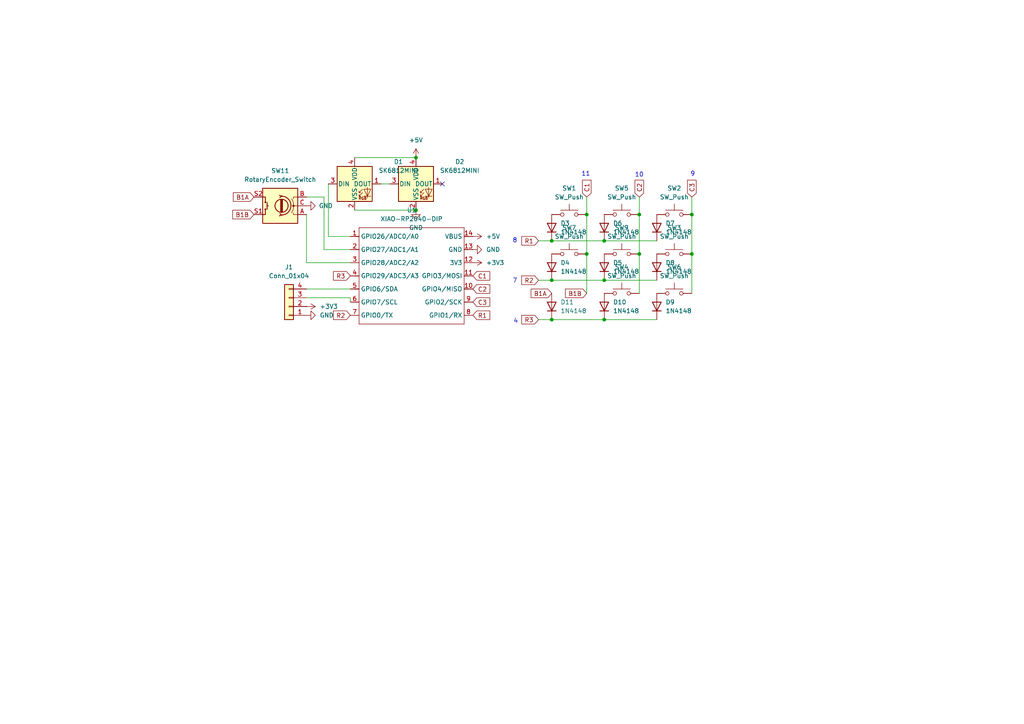
<source format=kicad_sch>
(kicad_sch (version 20250114) (generator "eeschema") (generator_version "9.0")
  (paper "A4")
  (lib_symbols
    (symbol "Connector_Generic:Conn_01x04" (pin_names (offset 1.016) (hide yes))
      (property "Reference" "J" (at 0 5.08 0))
      (property "Value" "Conn_01x04" (at 0 -7.62 0))
      (symbol "Conn_01x04_1_1"
        (rectangle (start -1.27 3.81) (end 1.27 -6.35) (stroke (width 0.254)) (fill (type background)))
        (rectangle (start -1.27 2.667) (end 0 2.413) (stroke (width 0.1524)))
        (rectangle (start -1.27 0.127) (end 0 -0.127) (stroke (width 0.1524)))
        (rectangle (start -1.27 -2.413) (end 0 -2.667) (stroke (width 0.1524)))
        (rectangle (start -1.27 -4.953) (end 0 -5.207) (stroke (width 0.1524)))
        (pin passive line (at -5.08 2.54 0) (length 3.81) (name "Pin_1") (number "1"))
        (pin passive line (at -5.08 0 0) (length 3.81) (name "Pin_2") (number "2"))
        (pin passive line (at -5.08 -2.54 0) (length 3.81) (name "Pin_3") (number "3"))
        (pin passive line (at -5.08 -5.08 0) (length 3.81) (name "Pin_4") (number "4"))
      )
    )
    (symbol "Device:RotaryEncoder_Switch" (pin_names (offset 0.254) (hide yes))
      (property "Reference" "SW" (at 0 6.604 0))
      (property "Value" "RotaryEncoder_Switch" (at 0 -6.604 0))
      (symbol "RotaryEncoder_Switch_0_1"
        (rectangle (start -5.08 5.08) (end 5.08 -5.08) (stroke (width 0.254)) (fill (type background)))
        (polyline (pts (xy -5.08 2.54) (xy -3.81 2.54) (xy -3.81 2.032)))
        (polyline (pts (xy -5.08 0) (xy -3.81 0) (xy -3.81 -1.016) (xy -3.302 -2.032)))
        (polyline (pts (xy -5.08 -2.54) (xy -3.81 -2.54) (xy -3.81 -2.032)))
        (polyline (pts (xy -4.318 0) (xy -3.81 0) (xy -3.81 1.016) (xy -3.302 2.032)))
        (circle (center -3.81 0) (radius 0.254) (fill (type outline)))
        (polyline (pts (xy -0.635 -1.778) (xy -0.635 1.778)) (stroke (width 0.254)))
        (circle (center -0.381 0) (radius 1.905) (stroke (width 0.254)))
        (polyline (pts (xy -0.381 -1.778) (xy -0.381 1.778)) (stroke (width 0.254)))
        (arc (start -0.381 -2.794) (mid -3.0988 -0.0635) (end -0.381 2.667) (stroke (width 0.254)))
        (polyline (pts (xy -0.127 1.778) (xy -0.127 -1.778)) (stroke (width 0.254)))
        (polyline (pts (xy 0.254 2.921) (xy -0.508 2.667) (xy 0.127 2.286)) (stroke (width 0.254)))
        (polyline (pts (xy 0.254 -3.048) (xy -0.508 -2.794) (xy 0.127 -2.413)) (stroke (width 0.254)))
        (polyline (pts (xy 3.81 1.016) (xy 3.81 -1.016)) (stroke (width 0.254)))
        (polyline (pts (xy 3.81 0) (xy 3.429 0)) (stroke (width 0.254)))
        (circle (center 4.318 1.016) (radius 0.127) (stroke (width 0.254)))
        (circle (center 4.318 -1.016) (radius 0.127) (stroke (width 0.254)))
        (polyline (pts (xy 5.08 2.54) (xy 4.318 2.54) (xy 4.318 1.016)) (stroke (width 0.254)))
        (polyline (pts (xy 5.08 -2.54) (xy 4.318 -2.54) (xy 4.318 -1.016)) (stroke (width 0.254)))
      )
      (symbol "RotaryEncoder_Switch_1_1"
        (pin passive line (at -7.62 2.54 0) (length 2.54) (name "A") (number "A"))
        (pin passive line (at -7.62 0 0) (length 2.54) (name "C") (number "C"))
        (pin passive line (at -7.62 -2.54 0) (length 2.54) (name "B") (number "B"))
        (pin passive line (at 7.62 2.54 180) (length 2.54) (name "S1") (number "S1"))
        (pin passive line (at 7.62 -2.54 180) (length 2.54) (name "S2") (number "S2"))
      )
    )
    (symbol "Diode:1N4148" (pin_numbers (hide yes)) (pin_names (hide yes))
      (property "Reference" "D" (at 0 2.54 0))
      (property "Value" "1N4148" (at 0 -2.54 0))
      (symbol "1N4148_0_1"
        (polyline (pts (xy -1.27 1.27) (xy -1.27 -1.27)) (stroke (width 0.254)))
        (polyline (pts (xy 1.27 1.27) (xy 1.27 -1.27) (xy -1.27 0) (xy 1.27 1.27)) (stroke (width 0.254)))
        (polyline (pts (xy 1.27 0) (xy -1.27 0)))
      )
      (symbol "1N4148_1_1"
        (pin passive line (at -3.81 0 0) (length 2.54) (name "K") (number "1"))
        (pin passive line (at 3.81 0 180) (length 2.54) (name "A") (number "2"))
      )
    )
    (symbol "LED:SK6812MINI" (pin_names (offset 0.254))
      (property "Reference" "D" (at 5.08 5.715 0))
      (property "Value" "SK6812MINI" (at 1.27 -5.715 0))
      (symbol "SK6812MINI_0_0"
        (text "RGB" (at 2.286 -4.191 0) (effects (font (size 0.762 0.762))))
      )
      (symbol "SK6812MINI_0_1"
        (polyline (pts (xy 1.27 -2.54) (xy 1.778 -2.54)))
        (polyline (pts (xy 1.27 -3.556) (xy 1.778 -3.556)))
        (polyline (pts (xy 2.286 -1.524) (xy 1.27 -2.54) (xy 1.27 -2.032)))
        (polyline (pts (xy 2.286 -2.54) (xy 1.27 -3.556) (xy 1.27 -3.048)))
        (polyline (pts (xy 3.683 -1.016) (xy 3.683 -3.556) (xy 3.683 -4.064)))
        (polyline (pts (xy 4.699 -1.524) (xy 2.667 -1.524) (xy 3.683 -3.556) (xy 4.699 -1.524)))
        (polyline (pts (xy 4.699 -3.556) (xy 2.667 -3.556)))
        (rectangle (start 5.08 5.08) (end -5.08 -5.08) (stroke (width 0.254)) (fill (type background)))
      )
      (symbol "SK6812MINI_1_1"
        (pin input line (at -7.62 0 0) (length 2.54) (name "DIN") (number "3"))
        (pin power_in line (at 0 7.62 270) (length 2.54) (name "VDD") (number "4"))
        (pin power_in line (at 0 -7.62 90) (length 2.54) (name "VSS") (number "2"))
        (pin output line (at 7.62 0 180) (length 2.54) (name "DOUT") (number "1"))
      )
    )
    (symbol "Seeed_Studio_XIAO_Series:XIAO-RP2040-DIP"
      (property "Reference" "U" (at 0 0 0))
      (property "Value" "XIAO-RP2040-DIP" (at 5.334 -1.778 0))
      (symbol "XIAO-RP2040-DIP_1_0"
        (polyline (pts (xy -1.27 -2.54) (xy 29.21 -2.54)) (stroke (width 0.1524)))
        (polyline (pts (xy -1.27 -5.08) (xy -2.54 -5.08)) (stroke (width 0.1524)))
        (polyline (pts (xy -1.27 -5.08) (xy -1.27 -2.54)) (stroke (width 0.1524)))
        (polyline (pts (xy -1.27 -8.89) (xy -2.54 -8.89)) (stroke (width 0.1524)))
        (polyline (pts (xy -1.27 -8.89) (xy -1.27 -5.08)) (stroke (width 0.1524)))
        (polyline (pts (xy -1.27 -12.7) (xy -2.54 -12.7)) (stroke (width 0.1524)))
        (polyline (pts (xy -1.27 -12.7) (xy -1.27 -8.89)) (stroke (width 0.1524)))
        (polyline (pts (xy -1.27 -16.51) (xy -2.54 -16.51)) (stroke (width 0.1524)))
        (polyline (pts (xy -1.27 -16.51) (xy -1.27 -12.7)) (stroke (width 0.1524)))
        (polyline (pts (xy -1.27 -20.32) (xy -2.54 -20.32)) (stroke (width 0.1524)))
        (polyline (pts (xy -1.27 -24.13) (xy -2.54 -24.13)) (stroke (width 0.1524)))
        (polyline (pts (xy -1.27 -27.94) (xy -2.54 -27.94)) (stroke (width 0.1524)))
        (polyline (pts (xy -1.27 -30.48) (xy -1.27 -16.51)) (stroke (width 0.1524)))
        (polyline (pts (xy 29.21 -2.54) (xy 29.21 -5.08)) (stroke (width 0.1524)))
        (polyline (pts (xy 29.21 -5.08) (xy 29.21 -8.89)) (stroke (width 0.1524)))
        (polyline (pts (xy 29.21 -8.89) (xy 29.21 -12.7)) (stroke (width 0.1524)))
        (polyline (pts (xy 29.21 -12.7) (xy 29.21 -30.48)) (stroke (width 0.1524)))
        (polyline (pts (xy 29.21 -30.48) (xy -1.27 -30.48)) (stroke (width 0.1524)))
        (polyline (pts (xy 30.48 -5.08) (xy 29.21 -5.08)) (stroke (width 0.1524)))
        (polyline (pts (xy 30.48 -8.89) (xy 29.21 -8.89)) (stroke (width 0.1524)))
        (polyline (pts (xy 30.48 -12.7) (xy 29.21 -12.7)) (stroke (width 0.1524)))
        (polyline (pts (xy 30.48 -16.51) (xy 29.21 -16.51)) (stroke (width 0.1524)))
        (polyline (pts (xy 30.48 -20.32) (xy 29.21 -20.32)) (stroke (width 0.1524)))
        (polyline (pts (xy 30.48 -24.13) (xy 29.21 -24.13)) (stroke (width 0.1524)))
        (polyline (pts (xy 30.48 -27.94) (xy 29.21 -27.94)) (stroke (width 0.1524)))
        (pin passive line (at -3.81 -5.08 0) (length 2.54) (name "GPIO26/ADC0/A0") (number "1"))
        (pin passive line (at -3.81 -8.89 0) (length 2.54) (name "GPIO27/ADC1/A1") (number "2"))
        (pin passive line (at -3.81 -12.7 0) (length 2.54) (name "GPIO28/ADC2/A2") (number "3"))
        (pin passive line (at -3.81 -16.51 0) (length 2.54) (name "GPIO29/ADC3/A3") (number "4"))
        (pin passive line (at -3.81 -20.32 0) (length 2.54) (name "GPIO6/SDA") (number "5"))
        (pin passive line (at -3.81 -24.13 0) (length 2.54) (name "GPIO7/SCL") (number "6"))
        (pin passive line (at -3.81 -27.94 0) (length 2.54) (name "GPIO0/TX") (number "7"))
        (pin passive line (at 31.75 -5.08 180) (length 2.54) (name "VBUS") (number "14"))
        (pin passive line (at 31.75 -8.89 180) (length 2.54) (name "GND") (number "13"))
        (pin passive line (at 31.75 -12.7 180) (length 2.54) (name "3V3") (number "12"))
        (pin passive line (at 31.75 -16.51 180) (length 2.54) (name "GPIO3/MOSI") (number "11"))
        (pin passive line (at 31.75 -20.32 180) (length 2.54) (name "GPIO4/MISO") (number "10"))
        (pin passive line (at 31.75 -24.13 180) (length 2.54) (name "GPIO2/SCK") (number "9"))
        (pin passive line (at 31.75 -27.94 180) (length 2.54) (name "GPIO1/RX") (number "8"))
      )
    )
    (symbol "Switch:SW_Push" (pin_numbers (hide yes)) (pin_names (offset 1.016) (hide yes))
      (property "Reference" "SW" (at 1.27 2.54 0))
      (property "Value" "SW_Push" (at 0 -1.524 0))
      (symbol "SW_Push_0_1"
        (circle (center -2.032 0) (radius 0.508))
        (polyline (pts (xy 0 1.27) (xy 0 3.048)))
        (circle (center 2.032 0) (radius 0.508))
        (polyline (pts (xy 2.54 1.27) (xy -2.54 1.27)))
        (pin passive line (at -5.08 0 0) (length 2.54) (name "1") (number "1"))
        (pin passive line (at 5.08 0 180) (length 2.54) (name "2") (number "2"))
      )
    )
    (symbol "power:+3V3" (power) (pin_numbers (hide yes)) (pin_names (offset 0) (hide yes))
      (property "Value" "+3V3" (at 0 3.556 0))
      (symbol "+3V3_0_1"
        (polyline (pts (xy -0.762 1.27) (xy 0 2.54)))
        (polyline (pts (xy 0 2.54) (xy 0.762 1.27)))
        (polyline (pts (xy 0 0) (xy 0 2.54)))
      )
      (symbol "+3V3_1_1"
        (pin power_in line (at 0 0 90) (length 0) (name "~") (number "1"))
      )
    )
    (symbol "power:+5V" (power) (pin_numbers (hide yes)) (pin_names (offset 0) (hide yes))
      (property "Value" "+5V" (at 0 3.556 0))
      (symbol "+5V_0_1"
        (polyline (pts (xy -0.762 1.27) (xy 0 2.54)))
        (polyline (pts (xy 0 2.54) (xy 0.762 1.27)))
        (polyline (pts (xy 0 0) (xy 0 2.54)))
      )
      (symbol "+5V_1_1"
        (pin power_in line (at 0 0 90) (length 0) (name "~") (number "1"))
      )
    )
    (symbol "power:GND" (power) (pin_numbers (hide yes)) (pin_names (offset 0) (hide yes))
      (property "Value" "GND" (at 0 -3.81 0))
      (symbol "GND_0_1"
        (polyline (pts (xy 0 0) (xy 0 -1.27) (xy 1.27 -1.27) (xy 0 -2.54) (xy -1.27 -1.27) (xy 0 -1.27)))
      )
      (symbol "GND_1_1"
        (pin power_in line (at 0 0 270) (length 0) (name "~") (number "1"))
      )
    )
  )
  (text "11" (at 169.926 50.546 0) (effects (font (size 1.27 1.27))))
  (text "4" (at 149.606 93.218 0) (effects (font (size 1.27 1.27))))
  (text "9" (at 200.914 50.546 0) (effects (font (size 1.27 1.27))))
  (text "7" (at 149.352 81.534 0) (effects (font (size 1.27 1.27))))
  (text "10" (at 185.42 50.8 0) (effects (font (size 1.27 1.27))))
  (text "8" (at 149.352 69.85 0) (effects (font (size 1.27 1.27))))
  (junction (at 175.26 92.71))
  (junction (at 175.26 69.85))
  (junction (at 170.18 73.66))
  (junction (at 185.42 62.23))
  (junction (at 160.02 69.85))
  (junction (at 160.02 92.71))
  (junction (at 185.42 73.66))
  (junction (at 120.65 45.72))
  (junction (at 200.66 62.23))
  (junction (at 175.26 81.28))
  (junction (at 200.66 73.66))
  (junction (at 170.18 62.23))
  (junction (at 160.02 81.28))
  (junction (at 120.65 60.96))
  (no_connect (at 128.27 53.34))
  (wire (pts (xy 170.18 57.15) (xy 170.18 62.23)))
  (wire (pts (xy 185.42 57.15) (xy 185.42 62.23)))
  (wire (pts (xy 156.21 81.28) (xy 160.02 81.28)))
  (wire (pts (xy 185.42 73.66) (xy 185.42 85.09)))
  (wire (pts (xy 95.25 53.34) (xy 95.25 68.58)))
  (wire (pts (xy 102.87 45.72) (xy 120.65 45.72)))
  (wire (pts (xy 93.98 57.15) (xy 93.98 72.39)))
  (wire (pts (xy 88.9 83.82) (xy 101.6 83.82)))
  (wire (pts (xy 88.9 57.15) (xy 93.98 57.15)))
  (wire (pts (xy 156.21 69.85) (xy 160.02 69.85)))
  (wire (pts (xy 95.25 68.58) (xy 101.6 68.58)))
  (wire (pts (xy 101.6 86.36) (xy 101.6 87.63)))
  (wire (pts (xy 160.02 92.71) (xy 175.26 92.71)))
  (wire (pts (xy 175.26 81.28) (xy 190.5 81.28)))
  (wire (pts (xy 156.21 92.71) (xy 160.02 92.71)))
  (wire (pts (xy 160.02 69.85) (xy 175.26 69.85)))
  (wire (pts (xy 175.26 92.71) (xy 190.5 92.71)))
  (wire (pts (xy 170.18 73.66) (xy 170.18 85.09)))
  (wire (pts (xy 101.6 76.2) (xy 88.9 76.2)))
  (wire (pts (xy 88.9 76.2) (xy 88.9 62.23)))
  (wire (pts (xy 102.87 60.96) (xy 120.65 60.96)))
  (wire (pts (xy 170.18 62.23) (xy 170.18 73.66)))
  (wire (pts (xy 175.26 69.85) (xy 190.5 69.85)))
  (wire (pts (xy 160.02 81.28) (xy 175.26 81.28)))
  (wire (pts (xy 200.66 62.23) (xy 200.66 73.66)))
  (wire (pts (xy 185.42 62.23) (xy 185.42 73.66)))
  (wire (pts (xy 93.98 72.39) (xy 101.6 72.39)))
  (wire (pts (xy 88.9 86.36) (xy 101.6 86.36)))
  (wire (pts (xy 110.49 53.34) (xy 113.03 53.34)))
  (wire (pts (xy 200.66 73.66) (xy 200.66 85.09)))
  (wire (pts (xy 200.66 57.15) (xy 200.66 62.23)))
  (global_label "C2" (shape input) (at 137.16 83.82 0) (property "Intersheetrefs" "${INTERSHEET_REFS}" (effects (hide yes))))
  (global_label "B1B" (shape input) (at 170.18 85.09 180) (property "Intersheetrefs" "${INTERSHEET_REFS}" (effects (hide yes))))
  (global_label "C1" (shape input) (at 137.16 80.01 0) (property "Intersheetrefs" "${INTERSHEET_REFS}" (effects (hide yes))))
  (global_label "R1" (shape input) (at 156.21 69.85 180) (property "Intersheetrefs" "${INTERSHEET_REFS}" (effects (hide yes))))
  (global_label "C3" (shape input) (at 200.66 57.15 90) (property "Intersheetrefs" "${INTERSHEET_REFS}" (effects (hide yes))))
  (global_label "R2" (shape input) (at 101.6 91.44 180) (property "Intersheetrefs" "${INTERSHEET_REFS}" (effects (hide yes))))
  (global_label "B1B" (shape input) (at 73.66 62.23 180) (property "Intersheetrefs" "${INTERSHEET_REFS}" (effects (hide yes))))
  (global_label "R3" (shape input) (at 156.21 92.71 180) (property "Intersheetrefs" "${INTERSHEET_REFS}" (effects (hide yes))))
  (global_label "C2" (shape input) (at 185.42 57.15 90) (property "Intersheetrefs" "${INTERSHEET_REFS}" (effects (hide yes))))
  (global_label "C1" (shape input) (at 170.18 57.15 90) (property "Intersheetrefs" "${INTERSHEET_REFS}" (effects (hide yes))))
  (global_label "R3" (shape input) (at 101.6 80.01 180) (property "Intersheetrefs" "${INTERSHEET_REFS}" (effects (hide yes))))
  (global_label "R1" (shape input) (at 137.16 91.44 0) (property "Intersheetrefs" "${INTERSHEET_REFS}" (effects (hide yes))))
  (global_label "R2" (shape input) (at 156.21 81.28 180) (property "Intersheetrefs" "${INTERSHEET_REFS}" (effects (hide yes))))
  (global_label "C3" (shape input) (at 137.16 87.63 0) (property "Intersheetrefs" "${INTERSHEET_REFS}" (effects (hide yes))))
  (global_label "B1A" (shape input) (at 73.66 57.15 180) (property "Intersheetrefs" "${INTERSHEET_REFS}" (effects (hide yes))))
  (global_label "B1A" (shape input) (at 160.02 85.09 180) (property "Intersheetrefs" "${INTERSHEET_REFS}" (effects (hide yes))))
  (symbol (lib_id "power:+5V") (at 137.16 68.58 270) (unit 1)
    (property "Reference" "#PWR04" (effects (hide yes)))
    (property "Value" "+5V" (at 140.97 68.5799 90) (effects (justify left)))
    (property "Description" "Power symbol creates a global label with name \"+5V\"" (effects (hide yes)))
  )
  (symbol (lib_id "Diode:1N4148") (at 190.5 77.47 90) (unit 1)
    (property "Reference" "D8" (at 193.04 76.1999 90) (effects (justify right)))
    (property "Value" "1N4148" (at 193.04 78.7399 90) (effects (justify right)))
    (property "Footprint" "Diode_THT:D_DO-35_SOD27_P7.62mm_Horizontal" (effects (hide yes)))
    (property "Datasheet" "https://assets.nexperia.com/documents/data-sheet/1N4148_1N4448.pdf" (effects (hide yes)))
    (property "Description" "100V 0.15A standard switching diode, DO-35" (effects (hide yes)))
    (property "Sim.Device" "D" (effects (hide yes)))
    (property "Sim.Pins" "1=K 2=A" (effects (hide yes)))
  )
  (symbol (lib_id "Seeed_Studio_XIAO_Series:XIAO-RP2040-DIP") (at 105.41 63.5 0) (unit 1)
    (property "Reference" "U1" (at 119.38 60.96 0))
    (property "Value" "XIAO-RP2040-DIP" (at 119.38 63.5 0))
    (property "Footprint" "Module:XIAO-RP2040-DIP" (effects (hide yes)))
  )
  (symbol (lib_id "Switch:SW_Push") (at 180.34 62.23 0) (unit 1)
    (property "Reference" "SW5" (at 180.34 54.61 0))
    (property "Value" "SW_Push" (at 180.34 57.15 0))
    (property "Footprint" "Button_Switch_Keyboard:SW_Cherry_MX_1.00u_PCB" (effects (hide yes)))
    (property "Description" "Push button switch, generic, two pins" (effects (hide yes)))
  )
  (symbol (lib_id "Switch:SW_Push") (at 195.58 62.23 0) (unit 1)
    (property "Reference" "SW2" (at 195.58 54.61 0))
    (property "Value" "SW_Push" (at 195.58 57.15 0))
    (property "Footprint" "Button_Switch_Keyboard:SW_Cherry_MX_1.00u_PCB" (effects (hide yes)))
    (property "Description" "Push button switch, generic, two pins" (effects (hide yes)))
  )
  (symbol (lib_id "Switch:SW_Push") (at 195.58 73.66 0) (unit 1)
    (property "Reference" "SW3" (at 195.58 66.04 0))
    (property "Value" "SW_Push" (at 195.58 68.58 0))
    (property "Footprint" "Button_Switch_Keyboard:SW_Cherry_MX_1.00u_PCB" (effects (hide yes)))
    (property "Description" "Push button switch, generic, two pins" (effects (hide yes)))
  )
  (symbol (lib_id "power:GND") (at 137.16 72.39 90) (unit 1)
    (property "Reference" "#PWR03" (effects (hide yes)))
    (property "Value" "GND" (at 140.97 72.3899 90) (effects (justify right)))
    (property "Description" "Power symbol creates a global label with name \"GND\" , ground" (effects (hide yes)))
  )
  (symbol (lib_id "Switch:SW_Push") (at 165.1 62.23 0) (unit 1)
    (property "Reference" "SW1" (at 165.1 54.61 0))
    (property "Value" "SW_Push" (at 165.1 57.15 0))
    (property "Footprint" "Button_Switch_Keyboard:SW_Cherry_MX_1.00u_PCB" (effects (hide yes)))
    (property "Description" "Push button switch, generic, two pins" (effects (hide yes)))
  )
  (symbol (lib_id "LED:SK6812MINI") (at 102.87 53.34 0) (unit 1)
    (property "Reference" "D1" (at 115.57 46.9198 0))
    (property "Value" "SK6812MINI" (at 115.57 49.4598 0))
    (property "Footprint" "LED_SMD:LED_SK6812MINI_PLCC4_3.5x3.5mm_P1.75mm" (effects (hide yes)))
    (property "Datasheet" "https://cdn-shop.adafruit.com/product-files/2686/SK6812MINI_REV.01-1-2.pdf" (effects (hide yes)))
    (property "Description" "RGB LED with integrated controller" (effects (hide yes)))
  )
  (symbol (lib_id "power:+3V3") (at 137.16 76.2 270) (unit 1)
    (property "Reference" "#PWR01" (effects (hide yes)))
    (property "Value" "+3V3" (at 140.97 76.1999 90) (effects (justify left)))
    (property "Description" "Power symbol creates a global label with name \"+3V3\"" (effects (hide yes)))
  )
  (symbol (lib_id "Diode:1N4148") (at 190.5 66.04 90) (unit 1)
    (property "Reference" "D7" (at 193.04 64.7699 90) (effects (justify right)))
    (property "Value" "1N4148" (at 193.04 67.3099 90) (effects (justify right)))
    (property "Footprint" "Diode_THT:D_DO-35_SOD27_P7.62mm_Horizontal" (effects (hide yes)))
    (property "Datasheet" "https://assets.nexperia.com/documents/data-sheet/1N4148_1N4448.pdf" (effects (hide yes)))
    (property "Description" "100V 0.15A standard switching diode, DO-35" (effects (hide yes)))
    (property "Sim.Device" "D" (effects (hide yes)))
    (property "Sim.Pins" "1=K 2=A" (effects (hide yes)))
  )
  (symbol (lib_id "Switch:SW_Push") (at 165.1 73.66 0) (unit 1)
    (property "Reference" "SW7" (at 165.1 66.04 0))
    (property "Value" "SW_Push" (at 165.1 68.58 0))
    (property "Footprint" "Button_Switch_Keyboard:SW_Cherry_MX_1.00u_PCB" (effects (hide yes)))
    (property "Description" "Push button switch, generic, two pins" (effects (hide yes)))
  )
  (symbol (lib_id "Device:RotaryEncoder_Switch") (at 81.28 59.69 180) (unit 1)
    (property "Reference" "SW11" (at 81.28 49.53 0))
    (property "Value" "RotaryEncoder_Switch" (at 81.28 52.07 0))
    (property "Footprint" "Rotary_Encoder:RotaryEncoder_Alps_EC11E-Switch_Vertical_H20mm" (effects (hide yes)))
    (property "Description" "Rotary encoder, dual channel, incremental quadrate outputs, with switch" (effects (hide yes)))
  )
  (symbol (lib_id "Diode:1N4148") (at 160.02 66.04 90) (unit 1)
    (property "Reference" "D3" (at 162.56 64.7699 90) (effects (justify right)))
    (property "Value" "1N4148" (at 162.56 67.3099 90) (effects (justify right)))
    (property "Footprint" "Diode_THT:D_DO-35_SOD27_P7.62mm_Horizontal" (effects (hide yes)))
    (property "Datasheet" "https://assets.nexperia.com/documents/data-sheet/1N4148_1N4448.pdf" (effects (hide yes)))
    (property "Description" "100V 0.15A standard switching diode, DO-35" (effects (hide yes)))
    (property "Sim.Device" "D" (effects (hide yes)))
    (property "Sim.Pins" "1=K 2=A" (effects (hide yes)))
  )
  (symbol (lib_id "Diode:1N4148") (at 175.26 77.47 90) (unit 1)
    (property "Reference" "D5" (at 177.8 76.1999 90) (effects (justify right)))
    (property "Value" "1N4148" (at 177.8 78.7399 90) (effects (justify right)))
    (property "Footprint" "Diode_THT:D_DO-35_SOD27_P7.62mm_Horizontal" (effects (hide yes)))
    (property "Datasheet" "https://assets.nexperia.com/documents/data-sheet/1N4148_1N4448.pdf" (effects (hide yes)))
    (property "Description" "100V 0.15A standard switching diode, DO-35" (effects (hide yes)))
    (property "Sim.Device" "D" (effects (hide yes)))
    (property "Sim.Pins" "1=K 2=A" (effects (hide yes)))
  )
  (symbol (lib_id "Connector_Generic:Conn_01x04") (at 83.82 88.9 180) (unit 1)
    (property "Reference" "J1" (at 83.82 77.47 0))
    (property "Value" "Conn_01x04" (at 83.82 80.01 0))
    (property "Footprint" "Display:SSD1306-0.91-OLED-4pin-128x32" (effects (hide yes)))
    (property "Description" "Generic connector, single row, 01x04, script generated (kicad-library-utils/schlib/autogen/connector/)" (effects (hide yes)))
  )
  (symbol (lib_id "Diode:1N4148") (at 160.02 88.9 90) (unit 1)
    (property "Reference" "D11" (at 162.56 87.6299 90) (effects (justify right)))
    (property "Value" "1N4148" (at 162.56 90.1699 90) (effects (justify right)))
    (property "Footprint" "Diode_THT:D_DO-35_SOD27_P7.62mm_Horizontal" (effects (hide yes)))
    (property "Datasheet" "https://assets.nexperia.com/documents/data-sheet/1N4148_1N4448.pdf" (effects (hide yes)))
    (property "Description" "100V 0.15A standard switching diode, DO-35" (effects (hide yes)))
    (property "Sim.Device" "D" (effects (hide yes)))
    (property "Sim.Pins" "1=K 2=A" (effects (hide yes)))
  )
  (symbol (lib_id "Diode:1N4148") (at 175.26 66.04 90) (unit 1)
    (property "Reference" "D6" (at 177.8 64.7699 90) (effects (justify right)))
    (property "Value" "1N4148" (at 177.8 67.3099 90) (effects (justify right)))
    (property "Footprint" "Diode_THT:D_DO-35_SOD27_P7.62mm_Horizontal" (effects (hide yes)))
    (property "Datasheet" "https://assets.nexperia.com/documents/data-sheet/1N4148_1N4448.pdf" (effects (hide yes)))
    (property "Description" "100V 0.15A standard switching diode, DO-35" (effects (hide yes)))
    (property "Sim.Device" "D" (effects (hide yes)))
    (property "Sim.Pins" "1=K 2=A" (effects (hide yes)))
  )
  (symbol (lib_id "Switch:SW_Push") (at 180.34 73.66 0) (unit 1)
    (property "Reference" "SW9" (at 180.34 66.04 0))
    (property "Value" "SW_Push" (at 180.34 68.58 0))
    (property "Footprint" "Button_Switch_Keyboard:SW_Cherry_MX_1.00u_PCB" (effects (hide yes)))
    (property "Description" "Push button switch, generic, two pins" (effects (hide yes)))
  )
  (symbol (lib_id "Diode:1N4148") (at 160.02 77.47 90) (unit 1)
    (property "Reference" "D4" (at 162.56 76.1999 90) (effects (justify right)))
    (property "Value" "1N4148" (at 162.56 78.7399 90) (effects (justify right)))
    (property "Footprint" "Diode_THT:D_DO-35_SOD27_P7.62mm_Horizontal" (effects (hide yes)))
    (property "Datasheet" "https://assets.nexperia.com/documents/data-sheet/1N4148_1N4448.pdf" (effects (hide yes)))
    (property "Description" "100V 0.15A standard switching diode, DO-35" (effects (hide yes)))
    (property "Sim.Device" "D" (effects (hide yes)))
    (property "Sim.Pins" "1=K 2=A" (effects (hide yes)))
  )
  (symbol (lib_id "Diode:1N4148") (at 175.26 88.9 90) (unit 1)
    (property "Reference" "D10" (at 177.8 87.6299 90) (effects (justify right)))
    (property "Value" "1N4148" (at 177.8 90.1699 90) (effects (justify right)))
    (property "Footprint" "Diode_THT:D_DO-35_SOD27_P7.62mm_Horizontal" (effects (hide yes)))
    (property "Datasheet" "https://assets.nexperia.com/documents/data-sheet/1N4148_1N4448.pdf" (effects (hide yes)))
    (property "Description" "100V 0.15A standard switching diode, DO-35" (effects (hide yes)))
    (property "Sim.Device" "D" (effects (hide yes)))
    (property "Sim.Pins" "1=K 2=A" (effects (hide yes)))
  )
  (symbol (lib_id "Switch:SW_Push") (at 195.58 85.09 0) (unit 1)
    (property "Reference" "SW6" (at 195.58 77.47 0))
    (property "Value" "SW_Push" (at 195.58 80.01 0))
    (property "Footprint" "Button_Switch_Keyboard:SW_Cherry_MX_1.00u_PCB" (effects (hide yes)))
    (property "Description" "Push button switch, generic, two pins" (effects (hide yes)))
  )
  (symbol (lib_id "LED:SK6812MINI") (at 120.65 53.34 0) (unit 1)
    (property "Reference" "D2" (at 133.35 46.9198 0))
    (property "Value" "SK6812MINI" (at 133.35 49.4598 0))
    (property "Footprint" "LED_SMD:LED_SK6812MINI_PLCC4_3.5x3.5mm_P1.75mm" (effects (hide yes)))
    (property "Datasheet" "https://cdn-shop.adafruit.com/product-files/2686/SK6812MINI_REV.01-1-2.pdf" (effects (hide yes)))
    (property "Description" "RGB LED with integrated controller" (effects (hide yes)))
  )
  (symbol (lib_id "Diode:1N4148") (at 190.5 88.9 90) (unit 1)
    (property "Reference" "D9" (at 193.04 87.6299 90) (effects (justify right)))
    (property "Value" "1N4148" (at 193.04 90.1699 90) (effects (justify right)))
    (property "Footprint" "Diode_THT:D_DO-35_SOD27_P7.62mm_Horizontal" (effects (hide yes)))
    (property "Datasheet" "https://assets.nexperia.com/documents/data-sheet/1N4148_1N4448.pdf" (effects (hide yes)))
    (property "Description" "100V 0.15A standard switching diode, DO-35" (effects (hide yes)))
    (property "Sim.Device" "D" (effects (hide yes)))
    (property "Sim.Pins" "1=K 2=A" (effects (hide yes)))
  )
  (symbol (lib_id "power:GND") (at 88.9 91.44 90) (unit 1)
    (property "Reference" "#PWR07" (effects (hide yes)))
    (property "Value" "GND" (at 92.71 91.4399 90) (effects (justify right)))
    (property "Description" "Power symbol creates a global label with name \"GND\" , ground" (effects (hide yes)))
  )
  (symbol (lib_id "power:GND") (at 120.65 60.96 0) (unit 1)
    (property "Reference" "#PWR02" (effects (hide yes)))
    (property "Value" "GND" (at 120.65 66.04 0))
    (property "Description" "Power symbol creates a global label with name \"GND\" , ground" (effects (hide yes)))
  )
  (symbol (lib_id "power:+3V3") (at 88.9 88.9 270) (unit 1)
    (property "Reference" "#PWR06" (effects (hide yes)))
    (property "Value" "+3V3" (at 92.71 88.8999 90) (effects (justify left)))
    (property "Description" "Power symbol creates a global label with name \"+3V3\"" (effects (hide yes)))
  )
  (symbol (lib_id "power:+5V") (at 120.65 45.72 0) (unit 1)
    (property "Reference" "#PWR05" (effects (hide yes)))
    (property "Value" "+5V" (at 120.65 40.64 0))
    (property "Description" "Power symbol creates a global label with name \"+5V\"" (effects (hide yes)))
  )
  (symbol (lib_id "power:GND") (at 88.9 59.69 90) (unit 1)
    (property "Reference" "#PWR08" (effects (hide yes)))
    (property "Value" "GND" (at 92.456 59.69 90) (effects (justify right)))
    (property "Description" "Power symbol creates a global label with name \"GND\" , ground" (effects (hide yes)))
  )
  (symbol (lib_id "Switch:SW_Push") (at 180.34 85.09 0) (unit 1)
    (property "Reference" "SW4" (at 180.34 77.47 0))
    (property "Value" "SW_Push" (at 180.34 80.01 0))
    (property "Footprint" "Button_Switch_Keyboard:SW_Cherry_MX_1.00u_PCB" (effects (hide yes)))
    (property "Description" "Push button switch, generic, two pins" (effects (hide yes)))
  )
)
</source>
